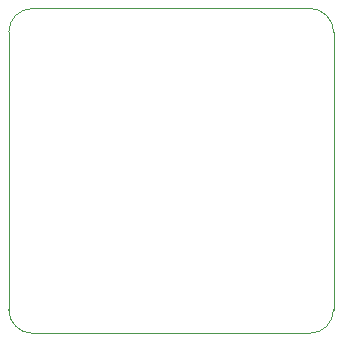
<source format=gm1>
%TF.GenerationSoftware,KiCad,Pcbnew,7.0.6*%
%TF.CreationDate,2023-08-28T22:53:50+01:00*%
%TF.ProjectId,SiPM Bias,5369504d-2042-4696-9173-2e6b69636164,rev?*%
%TF.SameCoordinates,Original*%
%TF.FileFunction,Profile,NP*%
%FSLAX46Y46*%
G04 Gerber Fmt 4.6, Leading zero omitted, Abs format (unit mm)*
G04 Created by KiCad (PCBNEW 7.0.6) date 2023-08-28 22:53:50*
%MOMM*%
%LPD*%
G01*
G04 APERTURE LIST*
%TA.AperFunction,Profile*%
%ADD10C,0.100000*%
%TD*%
G04 APERTURE END LIST*
D10*
X161400001Y-105200001D02*
G75*
G03*
X163400001Y-103200001I-1J2000001D01*
G01*
X163399999Y-79700001D02*
G75*
G03*
X161400001Y-77700001I-1999999J1D01*
G01*
X163400001Y-79700001D02*
X163400001Y-103200001D01*
X135899999Y-103200001D02*
G75*
G03*
X137900001Y-105200001I2000001J1D01*
G01*
X161400001Y-105200001D02*
X137900001Y-105200001D01*
X137900001Y-77700001D02*
G75*
G03*
X135900001Y-79700001I-1J-1999999D01*
G01*
X137900001Y-77700001D02*
X161400001Y-77700001D01*
X135900001Y-103200001D02*
X135900001Y-79700001D01*
M02*

</source>
